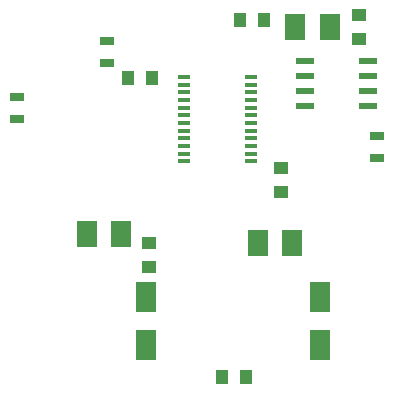
<source format=gbr>
%TF.GenerationSoftware,KiCad,Pcbnew,7.0.5.1-1-g8f565ef7f0-dirty-deb11*%
%TF.CreationDate,2023-07-21T03:30:06+00:00*%
%TF.ProjectId,BRIDGEADC01,42524944-4745-4414-9443-30312e6b6963,rev?*%
%TF.SameCoordinates,Original*%
%TF.FileFunction,Paste,Bot*%
%TF.FilePolarity,Positive*%
%FSLAX46Y46*%
G04 Gerber Fmt 4.6, Leading zero omitted, Abs format (unit mm)*
G04 Created by KiCad (PCBNEW 7.0.5.1-1-g8f565ef7f0-dirty-deb11) date 2023-07-21 03:30:06*
%MOMM*%
%LPD*%
G01*
G04 APERTURE LIST*
%ADD10R,1.800000X2.230000*%
%ADD11R,1.250000X1.000000*%
%ADD12R,1.000000X1.250000*%
%ADD13R,1.800860X2.499360*%
%ADD14R,1.300000X0.700000*%
%ADD15R,1.550000X0.600000*%
%ADD16R,1.100000X0.400000*%
G04 APERTURE END LIST*
D10*
%TO.C,C1*%
X142162000Y-101792000D03*
X145082000Y-101792000D03*
%TD*%
D11*
%TO.C,C2*%
X144130000Y-95458000D03*
X144130000Y-97458000D03*
%TD*%
%TO.C,C3*%
X150734000Y-84504000D03*
X150734000Y-82504000D03*
%TD*%
D12*
%TO.C,C6*%
X133192000Y-87822000D03*
X131192000Y-87822000D03*
%TD*%
D13*
%TO.C,D1*%
X147432000Y-106397020D03*
X147432000Y-110394980D03*
%TD*%
%TO.C,D2*%
X132700000Y-106397020D03*
X132700000Y-110394980D03*
%TD*%
D12*
%TO.C,L1*%
X139144500Y-113157000D03*
X141144500Y-113157000D03*
%TD*%
D11*
%TO.C,L2*%
X132954000Y-101808000D03*
X132954000Y-103808000D03*
%TD*%
D14*
%TO.C,R1*%
X129398000Y-84652000D03*
X129398000Y-86552000D03*
%TD*%
%TO.C,R2*%
X121778000Y-91312000D03*
X121778000Y-89412000D03*
%TD*%
%TO.C,R3*%
X152258000Y-94614000D03*
X152258000Y-92714000D03*
%TD*%
D15*
%TO.C,U1*%
X146129000Y-90235000D03*
X146129000Y-88965000D03*
X146129000Y-87695000D03*
X146129000Y-86425000D03*
X151529000Y-86425000D03*
X151529000Y-87695000D03*
X151529000Y-88965000D03*
X151529000Y-90235000D03*
%TD*%
D16*
%TO.C,U2*%
X135885001Y-94881534D03*
X135885001Y-94231534D03*
X135885001Y-93581534D03*
X135885001Y-92931534D03*
X135885001Y-92281534D03*
X135885001Y-91631534D03*
X135885001Y-90981534D03*
X135885001Y-90331534D03*
X135885001Y-89681534D03*
X135885001Y-89031534D03*
X135885001Y-88381534D03*
X135885001Y-87731534D03*
X141585001Y-87731534D03*
X141585001Y-88381534D03*
X141585001Y-89031534D03*
X141585001Y-89681534D03*
X141585001Y-90331534D03*
X141585001Y-90981534D03*
X141585001Y-91631534D03*
X141585001Y-92281534D03*
X141585001Y-92931534D03*
X141585001Y-93581534D03*
X141585001Y-94231534D03*
X141585001Y-94881534D03*
%TD*%
D10*
%TO.C,C4*%
X148257000Y-83504000D03*
X145337000Y-83504000D03*
%TD*%
%TO.C,C5*%
X130604000Y-101030000D03*
X127684000Y-101030000D03*
%TD*%
D12*
%TO.C,C7*%
X142668500Y-82931000D03*
X140668500Y-82931000D03*
%TD*%
M02*

</source>
